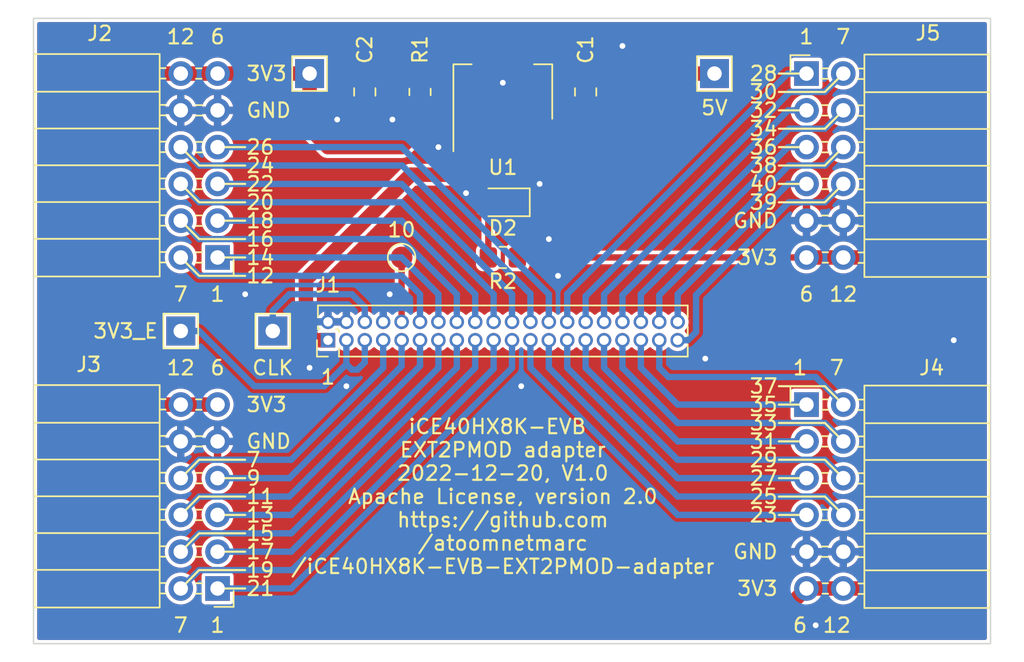
<source format=kicad_pcb>
(kicad_pcb (version 20211014) (generator pcbnew)
  (title_block (title "iCE40HX8K-EVB EXT2PMOD adapter") (date "2022-12-20") (rev "V1.0") (company "https://github.com/atoomnetmarc/iCE40HX8K-EVB-EXT2PMOD-adapter"))
  (layers (0 "F.Cu" signal) (31 "B.Cu" signal) (34 "B.Paste" user) (35 "F.Paste" user) (36 "B.SilkS" user "B.Silkscreen") (37 "F.SilkS" user "F.Silkscreen") (38 "B.Mask" user) (39 "F.Mask" user) (44 "Edge.Cuts" user))
  (net 0 "")
  (net 1 "+5V")
  (net 2 "GND")
  (net 3 "/EXTCLK")
  (net 4 "Net-(C2-Pad1)")
  (net 5 "/3V3_EXT")
  (net 6 "+3.3V")
  (net 7 "IO01")
  (net 8 "IO00")
  (net 9 "IO02")
  (net 10 "IO03")
  (net 11 "IO04")
  (net 12 "IO05")
  (net 13 "IO06")
  (net 14 "IO07")
  (net 15 "IO08")
  (net 16 "IO09")
  (net 17 "IO10")
  (net 18 "IO11")
  (net 19 "IO12")
  (net 20 "IO13")
  (net 21 "IO14")
  (net 22 "IO15")
  (net 23 "IO16")
  (net 24 "IO17")
  (net 25 "IO31")
  (net 26 "IO30")
  (net 27 "IO29")
  (net 28 "IO28")
  (net 29 "IO27")
  (net 30 "IO26")
  (net 31 "IO25")
  (net 32 "IO24")
  (net 33 "IO23")
  (net 34 "IO22")
  (net 35 "IO21")
  (net 36 "IO20")
  (net 37 "IO19")
  (net 38 "IO18")
  (net 39 "Net-(D2-Pad2)")
  (net 40 "Net-(J1-Pad10)")
  (footprint "Connector_PinSocket_2.54mm-extra:PinSocket_2x06_P2.54mm_Horizontal_Top_Bottom" (layer "F.Cu") (at 185.42 78.74)
    (fp_text reference "J5" (at 8.382 -2.794 180) (layer "F.SilkS"))
    (fp_text value "Conn_02x06_Top_Bottom")
    (pad "1" thru_hole rect (at 0 0 180) (size 1.7 1.7) (drill 1) (layers *.Cu *.Mask) (net 33 "IO23"))
    (pad "2" thru_hole oval (at 0 2.54 180) (size 1.7 1.7) (drill 1) (layers *.Cu *.Mask) (net 35 "IO21"))
    (pad "3" thru_hole oval (at 0 5.08 180) (size 1.7 1.7) (drill 1) (layers *.Cu *.Mask) (net 37 "IO19"))
    (pad "4" thru_hole oval (at 0 7.62 180) (size 1.7 1.7) (drill 1) (layers *.Cu *.Mask) (net 24 "IO17"))
    (pad "5" thru_hole oval (at 0 10.16 180) (size 1.7 1.7) (drill 1) (layers *.Cu *.Mask) (net 2 "GND"))
    (pad "6" thru_hole oval (at 0 12.7 180) (size 1.7 1.7) (drill 1) (layers *.Cu *.Mask) (net 6 "+3.3V"))
    (pad "7" thru_hole oval (at 2.54 0 180) (size 1.7 1.7) (drill 1) (layers *.Cu *.Mask) (net 34 "IO22"))
    (pad "8" thru_hole oval (at 2.54 2.54 180) (size 1.7 1.7) (drill 1) (layers *.Cu *.Mask) (net 36 "IO20"))
    (pad "9" thru_hole oval (at 2.54 5.08 180) (size 1.7 1.7) (drill 1) (layers *.Cu *.Mask) (net 38 "IO18"))
    (pad "10" thru_hole oval (at 2.54 7.62 180) (size 1.7 1.7) (drill 1) (layers *.Cu *.Mask) (net 23 "IO16"))
    (pad "11" thru_hole oval (at 2.54 10.16 180) (size 1.7 1.7) (drill 1) (layers *.Cu *.Mask) (net 2 "GND"))
    (pad "12" thru_hole oval (at 2.54 12.7 180) (size 1.7 1.7) (drill 1) (layers *.Cu *.Mask) (net 6 "+3.3V"))
  )
  (footprint "Capacitor_SMD:C_0805_2012Metric_Pad1.18x1.45mm_HandSolder" (layer "F.Cu") (at 154.94 80.01 -90)
    (fp_text reference "C2" (at -2.921 0 90) (layer "F.SilkS"))
    (fp_text value "10uF")
    (pad "1" smd roundrect (at -1.0375 0 270) (size 1.175 1.45) (layers "F.Cu" "F.Paste" "F.Mask") (roundrect_rratio 0.2127659574) (net 4 "Net-(C2-Pad1)"))
    (pad "2" smd roundrect (at 1.0375 0 270) (size 1.175 1.45) (layers "F.Cu" "F.Paste" "F.Mask") (roundrect_rratio 0.2127659574) (net 2 "GND"))
  )
  (footprint "LED_SMD:LED_0805_2012Metric_Pad1.15x1.40mm_HandSolder" (layer "F.Cu") (at 164.465 87.63 180)
    (fp_text reference "D2" (at 0 -1.778) (layer "F.SilkS"))
    (fp_text value "Blue")
    (pad "1" smd roundrect (at -1.025 0 180) (size 1.15 1.4) (layers "F.Cu" "F.Paste" "F.Mask") (roundrect_rratio 0.2173913043) (net 2 "GND"))
    (pad "2" smd roundrect (at 1.025 0 180) (size 1.15 1.4) (layers "F.Cu" "F.Paste" "F.Mask") (roundrect_rratio 0.2173913043) (net 39 "Net-(D2-Pad2)"))
  )
  (footprint "TestPoint:TestPoint_THTPad_2.0x2.0mm_Drill1.0mm" (layer "F.Cu") (at 142.24 96.52)
    (fp_text reference "TP1" hide)
    (fp_text value "TestPoint")
    (pad "1" thru_hole rect (at 0 0) (size 2 2) (drill 1) (layers *.Cu *.Mask) (net 5 "/3V3_EXT"))
  )
  (footprint "Connector_PinSocket_2.54mm-extra:PinSocket_2x06_P2.54mm_Horizontal_Top_Bottom" (layer "F.Cu") (at 144.78 114.3 180)
    (fp_text reference "J3" (at 8.89 15.47) (layer "F.SilkS"))
    (fp_text value "Conn_02x06_Top_Bottom")
    (pad "1" thru_hole rect (at 0 0) (size 1.7 1.7) (drill 1) (layers *.Cu *.Mask) (net 14 "IO07"))
    (pad "2" thru_hole oval (at 0 2.54) (size 1.7 1.7) (drill 1) (layers *.Cu *.Mask) (net 12 "IO05"))
    (pad "3" thru_hole oval (at 0 5.08) (size 1.7 1.7) (drill 1) (layers *.Cu *.Mask) (net 10 "IO03"))
    (pad "4" thru_hole oval (at 0 7.62) (size 1.7 1.7) (drill 1) (layers *.Cu *.Mask) (net 7 "IO01"))
    (pad "5" thru_hole oval (at 0 10.16) (size 1.7 1.7) (drill 1) (layers *.Cu *.Mask) (net 2 "GND"))
    (pad "6" thru_hole oval (at 0 12.7) (size 1.7 1.7) (drill 1) (layers *.Cu *.Mask) (net 6 "+3.3V"))
    (pad "7" thru_hole oval (at 2.54 0) (size 1.7 1.7) (drill 1) (layers *.Cu *.Mask) (net 13 "IO06"))
    (pad "8" thru_hole oval (at 2.54 2.54) (size 1.7 1.7) (drill 1) (layers *.Cu *.Mask) (net 11 "IO04"))
    (pad "9" thru_hole oval (at 2.54 5.08) (size 1.7 1.7) (drill 1) (layers *.Cu *.Mask) (net 9 "IO02"))
    (pad "10" thru_hole oval (at 2.54 7.62) (size 1.7 1.7) (drill 1) (layers *.Cu *.Mask) (net 8 "IO00"))
    (pad "11" thru_hole oval (at 2.54 10.16) (size 1.7 1.7) (drill 1) (layers *.Cu *.Mask) (net 2 "GND"))
    (pad "12" thru_hole oval (at 2.54 12.7) (size 1.7 1.7) (drill 1) (layers *.Cu *.Mask) (net 6 "+3.3V"))
  )
  (footprint "Connector_PinSocket_2.54mm-extra:PinSocket_2x06_P2.54mm_Horizontal_Top_Bottom" (layer "F.Cu") (at 144.78 91.44 180)
    (fp_text reference "J2" (at 8.128 15.47) (layer "F.SilkS"))
    (fp_text value "Conn_02x06_Top_Bottom")
    (pad "1" thru_hole rect (at 0 0) (size 1.7 1.7) (drill 1) (layers *.Cu *.Mask) (net 26 "IO30"))
    (pad "2" thru_hole oval (at 0 2.54) (size 1.7 1.7) (drill 1) (layers *.Cu *.Mask) (net 28 "IO28"))
    (pad "3" thru_hole oval (at 0 5.08) (size 1.7 1.7) (drill 1) (layers *.Cu *.Mask) (net 30 "IO26"))
    (pad "4" thru_hole oval (at 0 7.62) (size 1.7 1.7) (drill 1) (layers *.Cu *.Mask) (net 32 "IO24"))
    (pad "5" thru_hole oval (at 0 10.16) (size 1.7 1.7) (drill 1) (layers *.Cu *.Mask) (net 2 "GND"))
    (pad "6" thru_hole oval (at 0 12.7) (size 1.7 1.7) (drill 1) (layers *.Cu *.Mask) (net 6 "+3.3V"))
    (pad "7" thru_hole oval (at 2.54 0) (size 1.7 1.7) (drill 1) (layers *.Cu *.Mask) (net 25 "IO31"))
    (pad "8" thru_hole oval (at 2.54 2.54) (size 1.7 1.7) (drill 1) (layers *.Cu *.Mask) (net 27 "IO29"))
    (pad "9" thru_hole oval (at 2.54 5.08) (size 1.7 1.7) (drill 1) (layers *.Cu *.Mask) (net 29 "IO27"))
    (pad "10" thru_hole oval (at 2.54 7.62) (size 1.7 1.7) (drill 1) (layers *.Cu *.Mask) (net 31 "IO25"))
    (pad "11" thru_hole oval (at 2.54 10.16) (size 1.7 1.7) (drill 1) (layers *.Cu *.Mask) (net 2 "GND"))
    (pad "12" thru_hole oval (at 2.54 12.7) (size 1.7 1.7) (drill 1) (layers *.Cu *.Mask) (net 6 "+3.3V"))
  )
  (footprint "Connector_PinSocket_2.54mm-extra:PinSocket_2x06_P2.54mm_Horizontal_Top_Bottom" (layer "F.Cu") (at 185.42 101.6)
    (fp_text reference "J4" (at 8.636 -2.54 180) (layer "F.SilkS"))
    (fp_text value "Conn_02x06_Top_Bottom")
    (pad "1" thru_hole rect (at 0 0 180) (size 1.7 1.7) (drill 1) (layers *.Cu *.Mask) (net 21 "IO14"))
    (pad "2" thru_hole oval (at 0 2.54 180) (size 1.7 1.7) (drill 1) (layers *.Cu *.Mask) (net 19 "IO12"))
    (pad "3" thru_hole oval (at 0 5.08 180) (size 1.7 1.7) (drill 1) (layers *.Cu *.Mask) (net 17 "IO10"))
    (pad "4" thru_hole oval (at 0 7.62 180) (size 1.7 1.7) (drill 1) (layers *.Cu *.Mask) (net 15 "IO08"))
    (pad "5" thru_hole oval (at 0 10.16 180) (size 1.7 1.7) (drill 1) (layers *.Cu *.Mask) (net 2 "GND"))
    (pad "6" thru_hole oval (at 0 12.7 180) (size 1.7 1.7) (drill 1) (layers *.Cu *.Mask) (net 6 "+3.3V"))
    (pad "7" thru_hole oval (at 2.54 0 180) (size 1.7 1.7) (drill 1) (layers *.Cu *.Mask) (net 22 "IO15"))
    (pad "8" thru_hole oval (at 2.54 2.54 180) (size 1.7 1.7) (drill 1) (layers *.Cu *.Mask) (net 20 "IO13"))
    (pad "9" thru_hole oval (at 2.54 5.08 180) (size 1.7 1.7) (drill 1) (layers *.Cu *.Mask) (net 18 "IO11"))
    (pad "10" thru_hole oval (at 2.54 7.62 180) (size 1.7 1.7) (drill 1) (layers *.Cu *.Mask) (net 16 "IO09"))
    (pad "11" thru_hole oval (at 2.54 10.16 180) (size 1.7 1.7) (drill 1) (layers *.Cu *.Mask) (net 2 "GND"))
    (pad "12" thru_hole oval (at 2.54 12.7 180) (size 1.7 1.7) (drill 1) (layers *.Cu *.Mask) (net 6 "+3.3V"))
  )
  (footprint "Resistor_SMD:R_0805_2012Metric_Pad1.20x1.40mm_HandSolder" (layer "F.Cu") (at 164.465 91.44 180)
    (fp_text reference "R2" (at 0 -1.65) (layer "F.SilkS"))
    (fp_text value "470")
    (pad "1" smd roundrect (at -1 0 180) (size 1.2 1.4) (layers "F.Cu" "F.Paste" "F.Mask") (roundrect_rratio 0.2083333333) (net 6 "+3.3V"))
    (pad "2" smd roundrect (at 1 0 180) (size 1.2 1.4) (layers "F.Cu" "F.Paste" "F.Mask") (roundrect_rratio 0.2083333333) (net 39 "Net-(D2-Pad2)"))
  )
  (footprint "TestPoint:TestPoint_THTPad_2.0x2.0mm_Drill1.0mm" (layer "F.Cu") (at 151.13 78.74)
    (fp_text reference "TP4" hide)
    (fp_text value "TestPoint")
    (pad "1" thru_hole rect (at 0 0) (size 2 2) (drill 1) (layers *.Cu *.Mask) (net 6 "+3.3V"))
  )
  (footprint "Package_TO_SOT_SMD-extra:SOT-223-3_TabPinNC" (layer "F.Cu") (at 164.465 80.01 90)
    (fp_text reference "U1" (at -5.207 0 180) (layer "F.SilkS"))
    (fp_text value "AMS1117-3.3")
    (pad "" smd rect (at 3.15 0 90) (size 2 3.8) (layers "F.Cu" "F.Paste" "F.Mask"))
    (pad "1" smd rect (at -3.15 -2.3 90) (size 2 1.5) (layers "F.Cu" "F.Paste" "F.Mask") (net 2 "GND"))
    (pad "2" smd rect (at -3.15 0 90) (size 2 1.5) (layers "F.Cu" "F.Paste" "F.Mask") (net 6 "+3.3V"))
    (pad "3" smd rect (at -3.15 2.3 90) (size 2 1.5) (layers "F.Cu" "F.Paste" "F.Mask") (net 1 "+5V"))
  )
  (footprint "TestPoint:TestPoint_THTPad_2.0x2.0mm_Drill1.0mm" (layer "F.Cu") (at 148.59 96.52)
    (fp_text reference "TP2" hide)
    (fp_text value "TestPoint")
    (pad "1" thru_hole rect (at 0 0) (size 2 2) (drill 1) (layers *.Cu *.Mask) (net 3 "/EXTCLK"))
  )
  (footprint "TestPoint:TestPoint_THTPad_2.0x2.0mm_Drill1.0mm" (layer "F.Cu") (at 179.07 78.74)
    (fp_text reference "TP3" hide)
    (fp_text value "TestPoint")
    (pad "1" thru_hole rect (at 0 0) (size 2 2) (drill 1) (layers *.Cu *.Mask) (net 1 "+5V"))
  )
  (footprint "Connector_PinHeader_1.27mm:PinHeader_2x20_P1.27mm_Vertical" (layer "F.Cu") (at 152.4 97.155 90)
    (fp_text reference "J1" (at 3.81 0 180) (layer "F.SilkS"))
    (fp_text value "Conn_02x20_Odd_Even")
    (pad "1" thru_hole rect (at 0 0 90) (size 1 1) (drill 0.65) (layers *.Cu *.Mask) (net 1 "+5V"))
    (pad "2" thru_hole oval (at 1.27 0 90) (size 1 1) (drill 0.65) (layers *.Cu *.Mask) (net 2 "GND"))
    (pad "3" thru_hole oval (at 0 1.27 90) (size 1 1) (drill 0.65) (layers *.Cu *.Mask) (net 5 "/3V3_EXT"))
    (pad "4" thru_hole oval (at 1.27 1.27 90) (size 1 1) (drill 0.65) (layers *.Cu *.Mask) (net 2 "GND"))
    (pad "5" thru_hole oval (at 0 2.54 90) (size 1 1) (drill 0.65) (layers *.Cu *.Mask) (net 5 "/3V3_EXT"))
    (pad "6" thru_hole oval (at 1.27 2.54 90) (size 1 1) (drill 0.65) (layers *.Cu *.Mask) (net 3 "/EXTCLK"))
    (pad "7" thru_hole oval (at 0 3.81 90) (size 1 1) (drill 0.65) (layers *.Cu *.Mask) (net 8 "IO00"))
    (pad "8" thru_hole oval (at 1.27 3.81 90) (size 1 1) (drill 0.65) (layers *.Cu *.Mask) (net 2 "GND"))
    (pad "9" thru_hole oval (at 0 5.08 90) (size 1 1) (drill 0.65) (layers *.Cu *.Mask) (net 7 "IO01"))
    (pad "10" thru_hole oval (at 1.27 5.08 90) (size 1 1) (drill 0.65) (layers *.Cu *.Mask) (net 40 "Net-(J1-Pad10)"))
    (pad "11" thru_hole oval (at 0 6.35 90) (size 1 1) (drill 0.65) (layers *.Cu *.Mask) (net 9 "IO02"))
    (pad "12" thru_hole oval (at 1.27 6.35 90) (size 1 1) (drill 0.65) (layers *.Cu *.Mask) (net 25 "IO31"))
    (pad "13" thru_hole oval (at 0 7.62 90) (size 1 1) (drill 0.65) (layers *.Cu *.Mask) (net 10 "IO03"))
    (pad "14" thru_hole oval (at 1.27 7.62 90) (size 1 1) (drill 0.65) (layers *.Cu *.Mask) (net 26 "IO30"))
    (pad "15" thru_hole oval (at 0 8.89 90) (size 1 1) (drill 0.65) (layers *.Cu *.Mask) (net 11 "IO04"))
    (pad "16" thru_hole oval (at 1.27 8.89 90) (size 1 1) (drill 0.65) (layers *.Cu *.Mask) (net 27 "IO29"))
    (pad "17" thru_hole oval (at 0 10.16 90) (size 1 1) (drill 0.65) (layers *.Cu *.Mask) (net 12 "IO05"))
    (pad "18" thru_hole oval (at 1.27 10.16 90) (size 1 1) (drill 0.65) (layers *.Cu *.Mask) (net 28 "IO28"))
    (pad "19" thru_hole oval (at 0 11.43 90) (size 1 1) (drill 0.65) (layers *.Cu *.Mask) (net 13 "IO06"))
    (pad "20" thru_hole oval (at 1.27 11.43 90) (size 1 1) (drill 0.65) (layers *.Cu *.Mask) (net 29 "IO27"))
    (pad "21" thru_hole oval (at 0 12.7 90) (size 1 1) (drill 0.65) (layers *.Cu *.Mask) (net 14 "IO07"))
    (pad "22" thru_hole oval (at 1.27 12.7 90) (size 1 1) (drill 0.65) (layers *.Cu *.Mask) (net 30 "IO26"))
    (pad "23" thru_hole oval (at 0 13.97 90) (size 1 1) (drill 0.65) (layers *.Cu *.Mask) (net 15 "IO08"))
    (pad "24" thru_hole oval (at 1.27 13.97 90) (size 1 1) (drill 0.65) (layers *.Cu *.Mask) (net 31 "IO25"))
    (pad "25" thru_hole oval (at 0 15.24 90) (size 1 1) (drill 0.65) (layers *.Cu *.Mask) (net 16 "IO09"))
    (pad "26" thru_hole oval (at 1.27 15.24 90) (size 1 1) (drill 0.65) (layers *.Cu *.Mask) (net 32 "IO24"))
    (pad "27" thru_hole oval (at 0 16.51 90) (size 1 1) (drill 0.65) (layers *.Cu *.Mask) (net 17 "IO10"))
    (pad "28" thru_hole oval (at 1.27 16.51 90) (size 1 1) (drill 0.65) (layers *.Cu *.Mask) (net 33 "IO23"))
    (pad "29" thru_hole oval (at 0 17.78 90) (size 1 1) (drill 0.65) (layers *.Cu *.Mask) (net 18 "IO11"))
    (pad "30" thru_hole oval (at 1.27 17.78 90) (size 1 1) (drill 0.65) (layers *.Cu *.Mask) (net 34 "IO22"))
    (pad "31" thru_hole oval (at 0 19.05 90) (size 1 1) (drill 0.65) (layers *.Cu *.Mask) (net 19 "IO12"))
    (pad "32" thru_hole oval (at 1.27 19.05 90) (size 1 1) (drill 0.65) (layers *.Cu *.Mask) (net 35 "IO21"))
    (pad "33" thru_hole oval (at 0 20.32 90) (size 1 1) (drill 0.65) (layers *.Cu *.Mask) (net 20 "IO13"))
    (pad "34" thru_hole oval (at 1.27 20.32 90) (size 1 1) (drill 0.65) (layers *.Cu *.Mask) (net 36 "IO20"))
    (pad "35" thru_hole oval (at 0 21.59 90) (size 1 1) (drill 0.65) (layers *.Cu *.Mask) (net 21 "IO14"))
    (pad "36" thru_hole oval (at 1.27 21.59 90) (size 1 1) (drill 0.65) (layers *.Cu *.Mask) (net 37 "IO19"))
    (pad "37" thru_hole oval (at 0 22.86 90) (size 1 1) (drill 0.65) (layers *.Cu *.Mask) (net 22 "IO15"))
    (pad "38" thru_hole oval (at 1.27 22.86 90) (size 1 1) (drill 0.65) (layers *.Cu *.Mask) (net 38 "IO18"))
    (pad "39" thru_hole oval (at 0 24.13 90) (size 1 1) (drill 0.65) (layers *.Cu *.Mask) (net 23 "IO16"))
    (pad "40" thru_hole oval (at 1.27 24.13 90) (size 1 1) (drill 0.65) (layers *.Cu *.Mask) (net 24 "IO17"))
  )
  (footprint "Capacitor_SMD:C_0805_2012Metric_Pad1.18x1.45mm_HandSolder" (layer "F.Cu") (at 170.18 80.01 90)
    (fp_text reference "C1" (at 2.921 0 90) (layer "F.SilkS"))
    (fp_text value "10uF")
    (pad "1" smd roundrect (at -1.0375 0 90) (size 1.175 1.45) (layers "F.Cu" "F.Paste" "F.Mask") (roundrect_rratio 0.2127659574) (net 1 "+5V"))
    (pad "2" smd roundrect (at 1.0375 0 90) (size 1.175 1.45) (layers "F.Cu" "F.Paste" "F.Mask") (roundrect_rratio 0.2127659574) (net 2 "GND"))
  )
  (footprint "TestPoint:TestPoint_Pad_D1.5mm" (layer "F.Cu") (at 157.48 91.44)
    (fp_text reference "TP5" hide)
    (fp_text value "TestPoint")
    (pad "1" smd circle (at 0 0) (size 1.5 1.5) (layers "F.Cu" "F.Mask") (net 40 "Net-(J1-Pad10)"))
  )
  (footprint "Resistor_SMD:R_0805_2012Metric_Pad1.20x1.40mm_HandSolder" (layer "F.Cu") (at 158.75 80.01 90)
    (fp_text reference "R1" (at 2.921 0 90) (layer "F.SilkS"))
    (fp_text value "2R")
    (pad "1" smd roundrect (at -1 0 90) (size 1.2 1.4) (layers "F.Cu" "F.Paste" "F.Mask") (roundrect_rratio 0.2083333333) (net 6 "+3.3V"))
    (pad "2" smd roundrect (at 1 0 90) (size 1.2 1.4) (layers "F.Cu" "F.Paste" "F.Mask") (roundrect_rratio 0.2083333333) (net 4 "Net-(C2-Pad1)"))
  )
  (gr_line (start 183.515 87.63) (end 186.69 87.63) (layer "F.SilkS") (width 0.15))
  (gr_line (start 183.515 101.6) (end 185.42 101.6) (layer "F.SilkS") (width 0.15))
  (gr_line (start 143.51 110.49) (end 142.24 111.76) (layer "F.SilkS") (width 0.15))
  (gr_line (start 146.685 85.09) (end 143.51 85.09) (layer "F.SilkS") (width 0.15))
  (gr_line (start 183.515 107.95) (end 186.69 107.95) (layer "F.SilkS") (width 0.15))
  (gr_line (start 146.685 87.63) (end 143.51 87.63) (layer "F.SilkS") (width 0.15))
  (gr_line (start 146.685 105.41) (end 143.51 105.41) (layer "F.SilkS") (width 0.15))
  (gr_line (start 146.685 91.44) (end 144.78 91.44) (layer "F.SilkS") (width 0.15))
  (gr_line (start 146.685 107.95) (end 143.51 107.95) (layer "F.SilkS") (width 0.15))
  (gr_line (start 186.69 87.63) (end 187.96 86.36) (layer "F.SilkS") (width 0.15))
  (gr_line (start 183.515 80.01) (end 186.69 80.01) (layer "F.SilkS") (width 0.15))
  (gr_line (start 146.685 92.71) (end 143.51 92.71) (layer "F.SilkS") (width 0.15))
  (gr_line (start 146.685 110.49) (end 143.51 110.49) (layer "F.SilkS") (width 0.15))
  (gr_line (start 143.51 105.41) (end 142.24 106.68) (layer "F.SilkS") (width 0.15))
  (gr_line (start 146.685 88.9) (end 144.78 88.9) (layer "F.SilkS") (width 0.15))
  (gr_line (start 146.685 86.36) (end 144.78 86.36) (layer "F.SilkS") (width 0.15))
  (gr_line (start 146.685 83.82) (end 144.78 83.82) (layer "F.SilkS") (width 0.15))
  (gr_line (start 143.51 92.71) (end 142.24 91.44) (layer "F.SilkS") (width 0.15))
  (gr_line (start 183.515 85.09) (end 186.69 85.09) (layer "F.SilkS") (width 0.15))
  (gr_line (start 186.69 100.33) (end 187.96 101.6) (layer "F.SilkS") (width 0.15))
  (gr_line (start 183.515 104.14) (end 185.42 104.14) (layer "F.SilkS") (width 0.15))
  (gr_line (start 143.51 90.17) (end 142.24 88.9) (layer "F.SilkS") (width 0.15))
  (gr_line (start 143.51 107.95) (end 142.24 109.22) (layer "F.SilkS") (width 0.15))
  (gr_line (start 146.685 114.3) (end 144.78 114.3) (layer "F.SilkS") (width 0.15))
  (gr_line (start 146.685 90.17) (end 143.51 90.17) (layer "F.SilkS") (width 0.15))
  (gr_line (start 183.515 100.33) (end 186.69 100.33) (layer "F.SilkS") (width 0.15))
  (gr_line (start 183.515 83.82) (end 185.42 83.82) (layer "F.SilkS") (width 0.15))
  (gr_line (start 186.69 105.41) (end 187.96 106.68) (layer "F.SilkS") (width 0.15))
  (gr_line (start 143.51 87.63) (end 142.24 86.36) (layer "F.SilkS") (width 0.15))
  (gr_line (start 183.515 109.22) (end 185.42 109.22) (layer "F.SilkS") (width 0.15))
  (gr_line (start 146.685 106.68) (end 144.78 106.68) (layer "F.SilkS") (width 0.15))
  (gr_line (start 146.685 109.22) (end 144.78 109.22) (layer "F.SilkS") (width 0.15))
  (gr_line (start 183.515 81.28) (end 185.42 81.28) (layer "F.SilkS") (width 0.15))
  (gr_line (start 186.69 82.55) (end 187.96 81.28) (layer "F.SilkS") (width 0.15))
  (gr_line (start 186.69 80.01) (end 187.96 78.74) (layer "F.SilkS") (width 0.15))
  (gr_line (start 183.515 78.74) (end 185.42 78.74) (layer "F.SilkS") (width 0.15))
  (gr_line (start 186.69 107.95) (end 187.96 109.22) (layer "F.SilkS") (width 0.15))
  (gr_line (start 183.515 86.36) (end 185.42 86.36) (layer "F.SilkS") (width 0.15))
  (gr_line (start 183.515 105.41) (end 186.69 105.41) (layer "F.SilkS") (width 0.15))
  (gr_line (start 183.515 102.87) (end 186.69 102.87) (layer "F.SilkS") (width 0.15))
  (gr_line (start 143.51 113.03) (end 142.24 114.3) (layer "F.SilkS") (width 0.15))
  (gr_line (start 186.69 102.87) (end 187.96 104.14) (layer "F.SilkS") (width 0.15))
  (gr_line (start 143.51 85.09) (end 142.24 83.82) (layer "F.SilkS") (width 0.15))
  (gr_line (start 183.515 106.68) (end 185.42 106.68) (layer "F.SilkS") (width 0.15))
  (gr_line (start 146.685 113.03) (end 143.51 113.03) (layer "F.SilkS") (width 0.15))
  (gr_line (start 146.685 111.76) (end 144.78 111.76) (layer "F.SilkS") (width 0.15))
  (gr_line (start 186.69 85.09) (end 187.96 83.82) (layer "F.SilkS") (width 0.15))
  (gr_line (start 183.515 82.55) (end 186.69 82.55) (layer "F.SilkS") (width 0.15))
  (gr_line (start 198.12 118.11) (end 198.12 74.93) (layer "Edge.Cuts") (width 0.1))
  (gr_line (start 132.08 118.11) (end 198.12 118.11) (layer "Edge.Cuts") (width 0.1))
  (gr_line (start 132.08 74.93) (end 132.08 118.11) (layer "Edge.Cuts") (width 0.1))
  (gr_line (start 198.12 74.93) (end 132.08 74.93) (layer "Edge.Cuts") (width 0.1))
  (gr_text "19" (at 146.685 113.03) (layer "F.SilkS") (effects (font (size 1 1)) (justify left)))
  (gr_text "3V3" (at 146.685 101.6) (layer "F.SilkS") (effects (font (size 1 1)) (justify left)))
  (gr_text "12" (at 187.515 116.84) (layer "F.SilkS") (effects (font (size 1 1))))
  (gr_text "1" (at 184.975 99.06) (layer "F.SilkS") (effects (font (size 1 1))))
  (gr_text "37" (at 183.515 100.33) (layer "F.SilkS") (effects (font (size 1 1)) (justify right)))
  (gr_text "7" (at 142.24 116.84) (layer "F.SilkS") (effects (font (size 1 1))))
  (gr_text "3V3" (at 183.515 114.3) (layer "F.SilkS") (effects (font (size 1 1)) (justify right)))
  (gr_text "3V3_E" (at 138.43 96.52) (layer "F.SilkS") (effects (font (size 1 1))))
  (gr_text "GND" (at 146.685 81.28) (layer "F.SilkS") (effects (font (size 1 1)) (justify left)))
  (gr_text "9" (at 146.685 106.68) (layer "F.SilkS") (effects (font (size 1 1)) (justify left)))
  (gr_text "7" (at 146.685 105.41) (layer "F.SilkS") (effects (font (size 1 1)) (justify left)))
  (gr_text "6" (at 185.42 93.98) (layer "F.SilkS") (effects (font (size 1 1))))
  (gr_text "21" (at 146.685 114.3) (layer "F.SilkS") (effects (font (size 1 1)) (justify left)))
  (gr_text "14" (at 146.685 91.44) (layer "F.SilkS") (effects (font (size 1 1)) (justify left)))
  (gr_text "7" (at 187.96 76.2) (layer "F.SilkS") (effects (font (size 1 1))))
  (gr_text "35" (at 183.515 101.6) (layer "F.SilkS") (effects (font (size 1 1)) (justify right)))
  (gr_text "CLK" (at 148.59 99.06) (layer "F.SilkS") (effects (font (size 1 1))))
  (gr_text "3V3" (at 183.515 91.44) (layer "F.SilkS") (effects (font (size 1 1)) (justify right)))
  (gr_text "27" (at 183.515 106.68) (layer "F.SilkS") (effects (font (size 1 1)) (justify right)))
  (gr_text "17" (at 146.685 111.76) (layer "F.SilkS") (effects (font (size 1 1)) (justify left)))
  (gr_text "GND" (at 183.515 111.76) (layer "F.SilkS") (effects (font (size 1 1)) (justify right)))
  (gr_text "1" (at 185.42 76.2) (layer "F.SilkS") (effects (font (size 1 1))))
  (gr_text "23" (at 183.515 109.22) (layer "F.SilkS") (effects (font (size 1 1)) (justify right)))
  (gr_text "7" (at 142.24 93.98) (layer "F.SilkS") (effects (font (size 1 1))))
  (gr_text "3V3" (at 146.685 78.74) (layer "F.SilkS") (effects (font (size 1 1)) (justify left)))
  (gr_text "1" (at 144.78 93.98) (layer "F.SilkS") (effects (font (size 1 1))))
  (gr_text "5V" (at 179.07 81.105) (layer "F.SilkS") (effects (font (size 1 1))))
  (gr_text "11" (at 146.685 107.95) (layer "F.SilkS") (effects (font (size 1 1)) (justify left)))
  (gr_text "13" (at 146.685 109.22) (layer "F.SilkS") (effects (font (size 1 1)) (justify left)))
  (gr_text "1" (at 152.4 99.695) (layer "F.SilkS") (effects (font (size 1 1))))
  (gr_text "6" (at 144.78 99.06) (layer "F.SilkS") (effects (font (size 1 1))))
  (gr_text "12" (at 142.24 99.06) (layer "F.SilkS") (effects (font (size 1 1))))
  (gr_text "30" (at 183.515 80.01) (layer "F.SilkS") (effects (font (size 1 1)) (justify right)))
  (gr_text "38" (at 183.515 85.09) (layer "F.SilkS") (effects (font (size 1 1)) (justify right)))
  (gr_text "22" (at 146.685 86.36) (layer "F.SilkS") (effects (font (size 1 1)) (justify left)))
  (gr_text "39" (at 183.515 87.63) (layer "F.SilkS") (effects (font (size 1 1)) (justify right)))
  (gr_text "1" (at 144.78 116.84) (layer "F.SilkS") (effects (font (size 1 1))))
  (gr_text "28" (at 183.515 78.74) (layer "F.SilkS") (effects (font (size 1 1)) (justify right)))
  (gr_text "10" (at 157.48 89.535) (layer "F.SilkS") (effects (font (size 1 1))))
  (gr_text "6" (at 184.975 116.84) (layer "F.SilkS") (effects (font (size 1 1))))
  (gr_text "16" (at 146.685 90.17) (layer "F.SilkS") (effects (font (size 1 1)) (justify left)))
  (gr_text "iCE40HX8K-EVB \nEXT2PMOD adapter\n2022-12-20, V1.0\nApache License, version 2.0\nhttps://github.com\n/atoomnetmarc\n/iCE40HX8K-EVB-EXT2PMOD-adapter\n" (at 164.465 107.95) (layer "F.SilkS") (effects (font (size 1 1))))
  (gr_text "6" (at 144.78 76.2) (layer "F.SilkS") (effects (font (size 1 1))))
  (gr_text "29" (at 183.515 105.41) (layer "F.SilkS") (effects (font (size 1 1)) (justify right)))
  (gr_text "24" (at 146.685 85.09) (layer "F.SilkS") (effects (font (size 1 1)) (justify left)))
  (gr_text "15" (at 146.685 110.49) (layer "F.SilkS") (effects (font (size 1 1)) (justify left)))
  (gr_text "33" (at 183.515 102.87) (layer "F.SilkS") (effects (font (size 1 1)) (justify right)))
  (gr_text "GND" (at 183.515 88.9) (layer "F.SilkS") (effects (font (size 1 1)) (justify right)))
  (gr_text "12" (at 187.96 93.98) (layer "F.SilkS") (effects (font (size 1 1))))
  (gr_text "18" (at 146.685 88.9) (layer "F.SilkS") (effects (font (size 1 1)) (justify left)))
  (gr_text "31" (at 183.515 104.14) (layer "F.SilkS") (effects (font (size 1 1)) (justify right)))
  (gr_text "40" (at 183.515 86.36) (layer "F.SilkS") (effects (font (size 1 1)) (justify right)))
  (gr_text "20" (at 146.685 87.63) (layer "F.SilkS") (effects (font (size 1 1)) (justify left)))
  (gr_text "12" (at 142.24 76.2) (layer "F.SilkS") (effects (font (size 1 1))))
  (gr_text "GND" (at 146.685 104.14) (layer "F.SilkS") (effects (font (size 1 1)) (justify left)))
  (gr_text "32" (at 183.515 81.28) (layer "F.SilkS") (effects (font (size 1 1)) (justify right)))
  (gr_text "7" (at 187.515 99.06) (layer "F.SilkS") (effects (font (size 1 1))))
  (gr_text "36" (at 183.515 83.82) (layer "F.SilkS") (effects (font (size 1 1)) (justify right)))
  (gr_text "12" (at 146.685 92.71) (layer "F.SilkS") (effects (font (size 1 1)) (justify left)))
  (gr_text "34" (at 183.515 82.55) (layer "F.SilkS") (effects (font (size 1 1)) (justify right)))
  (gr_text "25" (at 183.515 107.95) (layer "F.SilkS") (effects (font (size 1 1)) (justify right)))
  (gr_text "26" (at 146.685 83.82) (layer "F.SilkS") (effects (font (size 1 1)) (justify left)))
  (segment (start 166.765 84.695) (end 166.765 83.16) (width 1) (layer "F.Cu") (net 1))
  (segment (start 175.26 78.74) (end 179.07 78.74) (width 1) (layer "F.Cu") (net 1))
  (segment (start 150.876 92.964) (end 158.115 85.725) (width 1) (layer "F.Cu") (net 1))
  (segment (start 158.115 85.725) (end 165.735 85.725) (width 1) (layer "F.Cu") (net 1))
  (segment (start 166.765 83.16) (end 168.935 83.16) (width 1) (layer "F.Cu") (net 1))
  (segment (start 151.511 97.155) (end 150.876 96.52) (width 1) (layer "F.Cu") (net 1))
  (segment (start 172.9525 81.0475) (end 175.26 78.74) (width 1) (layer "F.Cu") (net 1))
  (segment (start 165.735 85.725) (end 166.765 84.695) (width 1) (layer "F.Cu") (net 1))
  (segment (start 170.18 81.0475) (end 172.9525 81.0475) (width 1) (layer "F.Cu") (net 1))
  (segment (start 152.4 97.155) (end 151.511 97.155) (width 1) (layer "F.Cu") (net 1))
  (segment (start 168.935 83.16) (end 170.18 81.915) (width 1) (layer "F.Cu") (net 1))
  (segment (start 150.876 96.52) (end 150.876 92.964) (width 1) (layer "F.Cu") (net 1))
  (segment (start 170.18 81.915) (end 170.18 81.0475) (width 1) (layer "F.Cu") (net 1))
  (via (at 172.72 76.835) (size 0.8) (drill 0.4) (layers "F.Cu" "B.Cu") (net 2))
  (via (at 178.435 98.425) (size 0.8) (drill 0.4) (layers "F.Cu" "B.Cu") (net 2))
  (via (at 167.005 86.36) (size 0.8) (drill 0.4) (layers "F.Cu" "B.Cu") (net 2))
  (via (at 156.845 81.915) (size 0.8) (drill 0.4) (layers "F.Cu" "B.Cu") (net 2))
  (via (at 164.465 79.375) (size 0.8) (drill 0.4) (layers "F.Cu" "B.Cu") (net 2))
  (via (at 146.685 93.98) (size 0.8) (drill 0.4) (layers "F.Cu" "B.Cu") (net 2))
  (via (at 156.6605 93.98) (size 0.8) (drill 0.4) (layers "F.Cu" "B.Cu") (net 2))
  (via (at 151.13 99.06) (size 0.8) (drill 0.4) (layers "F.Cu" "B.Cu") (net 2))
  (via (at 195.58 97.155) (size 0.8) (drill 0.4) (layers "F.Cu" "B.Cu") (net 2))
  (via (at 161.925 86.995) (size 0.8) (drill 0.4) (layers "F.Cu" "B.Cu") (net 2))
  (via (at 186.055 116.84) (size 0.8) (drill 0.4) (layers "F.Cu" "B.Cu") (net 2))
  (via (at 160.02 83.82) (size 0.8) (drill 0.4) (layers "F.Cu" "B.Cu") (net 2))
  (via (at 165.735 100.33) (size 0.8) (drill 0.4) (layers "F.Cu" "B.Cu") (net 2))
  (via (at 167.64 90.17) (size 0.8) (drill 0.4) (layers "F.Cu" "B.Cu") (net 2))
  (via (at 168.275 92.71) (size 0.8) (drill 0.4) (layers "F.Cu" "B.Cu") (net 2))
  (via (at 153.67 100.33) (size 0.8) (drill 0.4) (layers "F.Cu" "B.Cu") (net 2))
  (via (at 153.035 81.915) (size 0.8) (drill 0.4) (layers "F.Cu" "B.Cu") (net 2))
  (segment (start 154.051 93.98) (end 149.733 93.98) (width 0.44) (layer "B.Cu") (net 3))
  (segment (start 154.94 94.869) (end 154.051 93.98) (width 0.44) (layer "B.Cu") (net 3))
  (segment (start 148.59 95.123) (end 148.59 96.52) (width 0.44) (layer "B.Cu") (net 3))
  (segment (start 149.733 93.98) (end 148.59 95.123) (width 0.44) (layer "B.Cu") (net 3))
  (segment (start 154.94 95.885) (end 154.94 94.869) (width 0.44) (layer "B.Cu") (net 3))
  (segment (start 154.94 78.9725) (end 158.7125 78.9725) (width 1) (layer "F.Cu") (net 4))
  (segment (start 158.7125 78.9725) (end 158.75 79.01) (width 1) (layer "F.Cu") (net 4))
  (segment (start 152.146 100.33) (end 153.67 98.806) (width 0.44) (layer "B.Cu") (net 5))
  (segment (start 154.051 99.187) (end 153.67 98.806) (width 0.44) (layer "B.Cu") (net 5))
  (segment (start 154.432 99.187) (end 154.051 99.187) (width 0.44) (layer "B.Cu") (net 5))
  (segment (start 154.94 98.679) (end 154.432 99.187) (width 0.44) (layer "B.Cu") (net 5))
  (segment (start 142.24 96.52) (end 143.51 96.52) (width 0.44) (layer "B.Cu") (net 5))
  (segment (start 154.94 97.155) (end 154.94 98.679) (width 0.44) (layer "B.Cu") (net 5))
  (segment (start 147.32 100.33) (end 152.146 100.33) (width 0.44) (layer "B.Cu") (net 5))
  (segment (start 153.67 98.806) (end 153.67 97.155) (width 0.44) (layer "B.Cu") (net 5))
  (segment (start 143.51 96.52) (end 147.32 100.33) (width 0.44) (layer "B.Cu") (net 5))
  (segment (start 137.795 103.505) (end 137.795 114.935) (width 1) (layer "F.Cu") (net 6))
  (segment (start 142.24 78.74) (end 139.7 78.74) (width 1) (layer "F.Cu") (net 6))
  (segment (start 164.465 81.16) (end 164.465 83.16) (width 1) (layer "F.Cu") (net 6))
  (segment (start 158.75 81.01) (end 164.315 81.01) (width 1) (layer "F.Cu") (net 6))
  (segment (start 137.795 80.645) (end 137.795 99.695) (width 1) (layer "F.Cu") (net 6))
  (segment (start 137.795 99.695) (end 139.7 101.6) (width 1) (layer "F.Cu") (net 6))
  (segment (start 157.48 83.82) (end 158.75 82.55) (width 1) (layer "F.Cu") (net 6))
  (segment (start 137.795 114.935) (end 139.7 116.84) (width 1) (layer "F.Cu") (net 6))
  (segment (start 151.13 78.74) (end 151.13 82.55) (width 1) (layer "F.Cu") (net 6))
  (segment (start 158.75 82.55) (end 158.75 81.01) (width 1) (layer "F.Cu") (net 6))
  (segment (start 185.42 91.44) (end 187.96 91.44) (width 1) (layer "F.Cu") (net 6))
  (segment (start 151.13 82.55) (end 152.4 83.82) (width 1) (layer "F.Cu") (net 6))
  (segment (start 139.7 101.6) (end 142.24 101.6) (width 1) (layer "F.Cu") (net 6))
  (segment (start 187.96 114.3) (end 191.135 114.3) (width 1) (layer "F.Cu") (net 6))
  (segment (start 139.7 116.84) (end 182.88 116.84) (width 1) (layer "F.Cu") (net 6))
  (segment (start 142.24 78.74) (end 144.78 78.74) (width 1) (layer "F.Cu") (net 6))
  (segment (start 152.4 83.82) (end 157.48 83.82) (width 1) (layer "F.Cu") (net 6))
  (segment (start 185.42 114.3) (end 187.96 114.3) (width 1) (layer "F.Cu") (net 6))
  (segment (start 165.465 91.44) (end 185.42 91.44) (width 0.44) (layer "F.Cu") (net 6))
  (segment (start 139.7 78.74) (end 137.795 80.645) (width 1) (layer "F.Cu") (net 6))
  (segment (start 164.315 81.01) (end 164.465 81.16) (width 1) (layer "F.Cu") (net 6))
  (segment (start 151.13 78.74) (end 144.78 78.74) (width 1) (layer "F.Cu") (net 6))
  (segment (start 182.88 116.84) (end 185.42 114.3) (width 1) (layer "F.Cu") (net 6))
  (segment (start 193.675 93.345) (end 191.77 91.44) (width 1) (layer "F.Cu") (net 6))
  (segment (start 193.675 111.76) (end 193.675 93.345) (width 1) (layer "F.Cu") (net 6))
  (segment (start 191.77 91.44) (end 187.96 91.44) (width 1) (layer "F.Cu") (net 6))
  (segment (start 144.78 101.6) (end 142.24 101.6) (width 1) (layer "F.Cu") (net 6))
  (segment (start 191.135 114.3) (end 193.675 111.76) (width 1) (layer "F.Cu") (net 6))
  (segment (start 139.7 101.6) (end 137.795 103.505) (width 1) (layer "F.Cu") (net 6))
  (segment (start 144.78 106.68) (end 149.733 106.68) (width 0.44) (layer "B.Cu") (net 7))
  (segment (start 149.733 106.68) (end 157.48 98.933) (width 0.44) (layer "B.Cu") (net 7))
  (segment (start 157.48 98.933) (end 157.48 97.155) (width 0.44) (layer "B.Cu") (net 7))
  (segment (start 156.21 99.06) (end 156.21 97.155) (width 0.44) (layer "B.Cu") (net 8))
  (segment (start 143.51 105.41) (end 149.86 105.41) (width 0.44) (layer "B.Cu") (net 8))
  (segment (start 149.86 105.41) (end 156.21 99.06) (width 0.44) (layer "B.Cu") (net 8))
  (segment (start 142.24 106.68) (end 143.51 105.41) (width 0.44) (layer "B.Cu") (net 8))
  (segment (start 158.75 98.933) (end 158.75 97.155) (width 0.44) (layer "B.Cu") (net 9))
  (segment (start 149.733 107.95) (end 158.75 98.933) (width 0.44) (layer "B.Cu") (net 9))
  (segment (start 143.51 107.95) (end 149.733 107.95) (width 0.44) (layer "B.Cu") (net 9))
  (segment (start 142.24 109.22) (end 143.51 107.95) (width 0.44) (layer "B.Cu") (net 9))
  (segment (start 149.86 109.22) (end 160.02 99.06) (width 0.44) (layer "B.Cu") (net 10))
  (segment (start 144.78 109.22) (end 149.86 109.22) (width 0.44) (layer "B.Cu") (net 10))
  (segment (start 160.02 99.06) (end 160.02 97.155) (width 0.44) (layer "B.Cu") (net 10))
  (segment (start 143.51 110.49) (end 149.86 110.49) (width 0.44) (layer "B.Cu") (net 11))
  (segment (start 149.86 110.49) (end 161.29 99.06) (width 0.44) (layer "B.Cu") (net 11))
  (segment (start 161.29 99.06) (end 161.29 97.155) (width 0.44) (layer "B.Cu") (net 11))
  (segment (start 142.24 111.76) (end 143.51 110.49) (width 0.44) (layer "B.Cu") (net 11))
  (segment (start 162.56 99.06) (end 162.56 97.155) (width 0.44) (layer "B.Cu") (net 12))
  (segment (start 149.86 111.76) (end 162.56 99.06) (width 0.44) (layer "B.Cu") (net 12))
  (segment (start 144.78 111.76) (end 149.86 111.76) (width 0.44) (layer "B.Cu") (net 12))
  (segment (start 142.24 114.3) (end 143.51 113.03) (width 0.44) (layer "B.Cu") (net 13))
  (segment (start 163.83 99.1235) (end 163.83 97.155) (width 0.44) (layer "B.Cu") (net 13))
  (segment (start 143.51 113.03) (end 149.9235 113.03) (width 0.44) (layer "B.Cu") (net 13))
  (segment (start 149.9235 113.03) (end 163.83 99.1235) (width 0.44) (layer "B.Cu") (net 13))
  (segment (start 149.86 114.3) (end 165.1 99.06) (width 0.44) (layer "B.Cu") (net 14))
  (segment (start 165.1 99.06) (end 165.1 97.155) (width 0.44) (layer "B.Cu") (net 14))
  (segment (start 144.78 114.3) (end 149.86 114.3) (width 0.44) (layer "B.Cu") (net 14))
  (segment (start 166.37 99.06) (end 176.53 109.22) (width 0.44) (layer "B.Cu") (net 15))
  (segment (start 176.53 109.22) (end 185.42 109.22) (width 0.44) (layer "B.Cu") (net 15))
  (segment (start 166.37 97.155) (end 166.37 99.06) (width 0.44) (layer "B.Cu") (net 15))
  (segment (start 167.64 99.06) (end 176.53 107.95) (width 0.44) (layer "B.Cu") (net 16))
  (segment (start 186.69 107.95) (end 187.96 109.22) (width 0.44) (layer "B.Cu") (net 16))
  (segment (start 167.64 97.155) (end 167.64 99.06) (width 0.44) (layer "B.Cu") (net 16))
  (segment (start 176.53 107.95) (end 186.69 107.95) (width 0.44) (layer "B.Cu") (net 16))
  (segment (start 168.91 97.155) (end 168.91 99.06) (width 0.44) (layer "B.Cu") (net 17))
  (segment (start 168.91 99.06) (end 176.53 106.68) (width 0.44) (layer "B.Cu") (net 17))
  (segment (start 176.53 106.68) (end 185.42 106.68) (width 0.44) (layer "B.Cu") (net 17))
  (segment (start 170.18 97.155) (end 170.18 99.06) (width 0.44) (layer "B.Cu") (net 18))
  (segment (start 170.18 99.06) (end 176.53 105.41) (width 0.44) (layer "B.Cu") (net 18))
  (segment (start 176.53 105.41) (end 186.69 105.41) (width 0.44) (layer "B.Cu") (net 18))
  (segment (start 186.69 105.41) (end 187.96 106.68) (width 0.44) (layer "B.Cu") (net 18))
  (segment (start 176.53 104.14) (end 185.42 104.14) (width 0.44) (layer "B.Cu") (net 19))
  (segment (start 171.45 99.06) (end 176.53 104.14) (width 0.44) (layer "B.Cu") (net 19))
  (segment (start 171.45 97.155) (end 171.45 99.06) (width 0.44) (layer "B.Cu") (net 19))
  (segment (start 176.53 102.87) (end 172.72 99.06) (width 0.44) (layer "B.Cu") (net 20))
  (segment (start 186.69 102.87) (end 176.53 102.87) (width 0.44) (layer "B.Cu") (net 20))
  (segment (start 172.72 99.06) (end 172.72 97.155) (width 0.44) (layer "B.Cu") (net 20))
  (segment (start 187.96 104.14) (end 186.69 102.87) (width 0.44) (layer "B.Cu") (net 20))
  (segment (start 176.53 101.6) (end 173.99 99.06) (width 0.44) (layer "B.Cu") (net 21))
  (segment (start 185.42 101.6) (end 176.53 101.6) (width 0.44) (layer "B.Cu") (net 21))
  (segment (start 173.99 99.06) (end 173.99 97.155) (width 0.44) (layer "B.Cu") (net 21))
  (segment (start 175.26 99.06) (end 175.26 97.155) (width 0.44) (layer "B.Cu") (net 22))
  (segment (start 175.895 99.695) (end 175.26 99.06) (width 0.44) (layer "B.Cu") (net 22))
  (segment (start 186.055 99.695) (end 175.895 99.695) (width 0.44) (layer "B.Cu") (net 22))
  (segment (start 187.96 101.6) (end 186.055 99.695) (width 0.44) (layer "B.Cu") (net 22))
  (segment (start 184.204474 87.63) (end 186.69 87.63) (width 0.44) (layer "B.Cu") (net 23))
  (segment (start 186.69 87.63) (end 187.96 86.36) (width 0.44) (layer "B.Cu") (net 23))
  (segment (start 177.237106 97.155) (end 177.8 96.592106) (width 0.44) (layer "B.Cu") (net 23))
  (segment (start 176.53 97.155) (end 177.237106 97.155) (width 0.44) (layer "B.Cu") (net 23))
  (segment (start 177.8 94.034474) (end 184.204474 87.63) (width 0.44) (layer "B.Cu") (net 23))
  (segment (start 177.8 96.592106) (end 177.8 94.034474) (width 0.44) (layer "B.Cu") (net 23))
  (segment (start 176.53 95.885) (end 176.53 93.98) (width 0.44) (layer "B.Cu") (net 24))
  (segment (start 184.15 86.36) (end 185.42 86.36) (width 0.44) (layer "B.Cu") (net 24))
  (segment (start 176.53 93.98) (end 184.15 86.36) (width 0.44) (layer "B.Cu") (net 24))
  (segment (start 143.51 92.71) (end 142.24 91.44) (width 0.44) (layer "B.Cu") (net 25))
  (segment (start 158.75 95.885) (end 158.75 93.98) (width 0.44) (layer "B.Cu") (net 25))
  (segment (start 158.75 93.98) (end 157.48 92.71) (width 0.44) (layer "B.Cu") (net 25))
  (segment (start 157.48 92.71) (end 143.51 92.71) (width 0.44) (layer "B.Cu") (net 25))
  (segment (start 157.48 91.44) (end 144.78 91.44) (width 0.44) (layer "B.Cu") (net 26))
  (segment (start 160.02 93.98) (end 157.48 91.44) (width 0.44) (layer "B.Cu") (net 26))
  (segment (start 160.02 95.885) (end 160.02 93.98) (width 0.44) (layer "B.Cu") (net 26))
  (segment (start 157.48 90.17) (end 143.51 90.17) (width 0.44) (layer "B.Cu") (net 27))
  (segment (start 161.29 95.885) (end 161.29 93.98) (width 0.44) (layer "B.Cu") (net 27))
  (segment (start 143.51 90.17) (end 142.24 88.9) (width 0.44) (layer "B.Cu") (net 27))
  (segment (start 161.29 93.98) (end 157.48 90.17) (width 0.44) (layer "B.Cu") (net 27))
  (segment (start 157.48 88.9) (end 144.78 88.9) (width 0.44) (layer "B.Cu") (net 28))
  (segment (start 162.56 95.885) (end 162.56 93.98) (width 0.44) (layer "B.Cu") (net 28))
  (segment (start 162.56 93.98) (end 157.48 88.9) (width 0.44) (layer "B.Cu") (net 28))
  (segment (start 143.51 87.63) (end 142.24 86.36) (width 0.44) (layer "B.Cu") (net 29))
  (segment (start 157.48 87.63) (end 143.51 87.63) (width 0.44) (layer "B.Cu") (net 29))
  (segment (start 163.83 93.98) (end 157.48 87.63) (width 0.44) (layer "B.Cu") (net 29))
  (segment (start 163.83 95.885) (end 163.83 93.98) (width 0.44) (layer "B.Cu") (net 29))
  (segment (start 157.48 86.36) (end 144.78 86.36) (width 0.44) (layer "B.Cu") (net 30))
  (segment (start 165.1 95.885) (end 165.1 93.98) (width 0.44) (layer "B.Cu") (net 30))
  (segment (start 165.1 93.98) (end 157.48 86.36) (width 0.44) (layer "B.Cu") (net 30))
  (segment (start 166.37 93.943947) (end 157.516053 85.09) (width 0.44) (layer "B.Cu") (net 31))
  (segment (start 157.516053 85.09) (end 143.51 85.09) (width 0.44) (layer "B.Cu") (net 31))
  (segment (start 143.51 85.09) (end 142.24 83.82) (width 0.44) (layer "B.Cu") (net 31))
  (segment (start 166.37 95.885) (end 166.37 93.943947) (width 0.44) (layer "B.Cu") (net 31))
  (segment (start 167.64 93.98) (end 157.48 83.82) (width 0.44) (layer "B.Cu") (net 32))
  (segment (start 157.48 83.82) (end 144.78 83.82) (width 0.44) (layer "B.Cu") (net 32))
  (segment (start 167.64 95.885) (end 167.64 93.98) (width 0.44) (layer "B.Cu") (net 32))
  (segment (start 168.91 95.885) (end 168.91 93.96) (width 0.44) (layer "B.Cu") (net 33))
  (segment (start 168.91 93.96) (end 184.13 78.74) (width 0.44) (layer "B.Cu") (net 33))
  (segment (start 184.13 78.74) (end 185.42 78.74) (width 0.44) (layer "B.Cu") (net 33))
  (segment (start 170.18 94.114695) (end 184.285195 80.0095) (width 0.44) (layer "B.Cu") (net 34))
  (segment (start 186.6905 80.0095) (end 187.96 78.74) (width 0.44) (layer "B.Cu") (net 34))
  (segment (start 184.285195 80.0095) (end 186.6905 80.0095) (width 0.44) (layer "B.Cu") (net 34))
  (segment (start 170.18 95.885) (end 170.18 94.114695) (width 0.44) (layer "B.Cu") (net 34))
  (segment (start 171.45 93.98) (end 184.15 81.28) (width 0.44) (layer "B.Cu") (net 35))
  (segment (start 184.15 81.28) (end 185.42 81.28) (width 0.44) (layer "B.Cu") (net 35))
  (segment (start 171.45 95.885) (end 171.45 93.98) (width 0.44) (layer "B.Cu") (net 35))
  (segment (start 172.72 95.885) (end 172.72 94.034474) (width 0.44) (layer "B.Cu") (net 36))
  (segment (start 186.69 82.55) (end 187.96 81.28) (width 0.44) (layer "B.Cu") (net 36))
  (segment (start 184.204474 82.55) (end 186.69 82.55) (width 0.44) (layer "B.Cu") (net 36))
  (segment (start 172.72 94.034474) (end 184.204474 82.55) (width 0.44) (layer "B.Cu") (net 36))
  (segment (start 173.99 93.98) (end 184.15 83.82) (width 0.44) (layer "B.Cu") (net 37))
  (segment (start 173.99 95.885) (end 173.99 93.98) (width 0.44) (layer "B.Cu") (net 37))
  (segment (start 184.15 83.82) (end 185.42 83.82) (width 0.44) (layer "B.Cu") (net 37))
  (segment (start 175.26 94.034474) (end 184.204974 85.0895) (width 0.44) (layer "B.Cu") (net 38))
  (segment (start 175.26 95.885) (end 175.26 94.034474) (width 0.44) (layer "B.Cu") (net 38))
  (segment (start 184.204974 85.0895) (end 186.6905 85.0895) (width 0.44) (layer "B.Cu") (net 38))
  (segment (start 186.6905 85.0895) (end 187.96 83.82) (width 0.44) (layer "B.Cu") (net 38))
  (segment (start 163.465 87.655) (end 163.44 87.63) (width 0.44) (layer "F.Cu") (net 39))
  (segment (start 163.465 91.44) (end 163.465 87.655) (width 0.44) (layer "F.Cu") (net 39))
  (segment (start 157.48 95.885) (end 157.48 91.44) (width 0.44) (layer "F.Cu") (net 40))
  (zone (net 2) (net_name "GND") (layers F&B.Cu) (connect_pads (clearance 0.254)) (min_thickness 0.254) (fill yes (thermal_gap 0.254) (thermal_bridge_width 0.508))
    (polygon (pts (xy 199.39 119.38) (xy 130.81 119.38) (xy 130.81 73.66) (xy 199.39 73.66)))
  )
)
</source>
